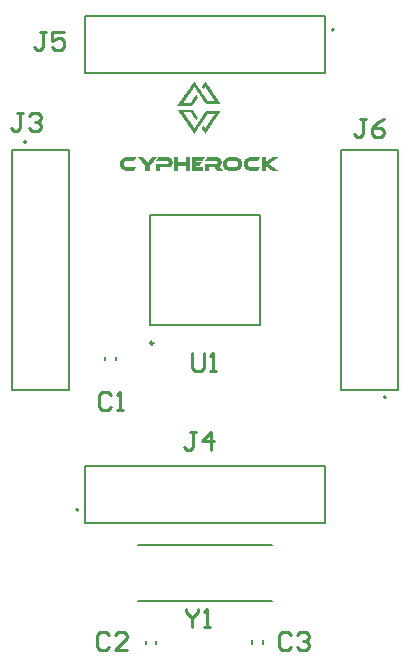
<source format=gbr>
%TF.GenerationSoftware,Altium Limited,Altium Designer,23.4.1 (23)*%
G04 Layer_Color=65535*
%FSLAX45Y45*%
%MOMM*%
%TF.SameCoordinates,6CFBE55C-8612-4E24-A10C-01F6C23EBCE3*%
%TF.FilePolarity,Positive*%
%TF.FileFunction,Legend,Top*%
%TF.Part,Single*%
G01*
G75*
%TA.AperFunction,NonConductor*%
%ADD22C,0.20000*%
%ADD23C,0.25000*%
%ADD24C,0.12700*%
%ADD25C,0.25400*%
G36*
X1655614Y6090189D02*
X1657847D01*
Y6087957D01*
Y6085724D01*
X1660079D01*
Y6083492D01*
Y6081260D01*
X1662311D01*
Y6079027D01*
X1664544D01*
Y6076795D01*
X1666776D01*
Y6074562D01*
Y6072330D01*
X1669008D01*
Y6070098D01*
X1671241D01*
Y6067865D01*
Y6065633D01*
X1673473D01*
Y6063401D01*
X1675706D01*
Y6061168D01*
Y6058936D01*
X1677938D01*
Y6056703D01*
Y6054471D01*
X1680170D01*
Y6052239D01*
X1682403D01*
Y6050006D01*
X1684635D01*
Y6047774D01*
Y6045541D01*
X1686867D01*
Y6043309D01*
X1689100D01*
Y6041077D01*
Y6038844D01*
X1691332D01*
Y6036612D01*
X1693565D01*
Y6034379D01*
Y6032147D01*
X1695797D01*
Y6029915D01*
X1698030D01*
Y6027682D01*
X1700262D01*
Y6025450D01*
Y6023218D01*
X1702494D01*
Y6020985D01*
Y6018753D01*
X1704726D01*
Y6016521D01*
X1706959D01*
Y6014288D01*
Y6012056D01*
X1709191D01*
Y6009823D01*
X1711424D01*
Y6007591D01*
Y6005359D01*
X1713656D01*
Y6003126D01*
X1715889D01*
Y6000894D01*
Y5998662D01*
X1718121D01*
Y5996429D01*
X1720353D01*
Y5994197D01*
Y5991964D01*
X1722586D01*
Y5989732D01*
X1724818D01*
Y5987500D01*
X1727050D01*
Y5985267D01*
Y5983035D01*
X1729283D01*
Y5980803D01*
X1731515D01*
Y5978570D01*
Y5976338D01*
X1733747D01*
Y5974105D01*
X1735980D01*
Y5971873D01*
Y5969641D01*
X1738212D01*
Y5967408D01*
X1740445D01*
Y5965176D01*
Y5962944D01*
X1742677D01*
Y5960711D01*
X1744909D01*
Y5958479D01*
Y5956246D01*
X1747142D01*
Y5954014D01*
X1749374D01*
Y5951782D01*
Y5949549D01*
X1751606D01*
Y5947317D01*
X1753839D01*
Y5945084D01*
Y5942852D01*
X1756071D01*
Y5940620D01*
X1758304D01*
Y5938387D01*
Y5936155D01*
X1760536D01*
Y5933923D01*
X1762768D01*
Y5931690D01*
Y5929458D01*
X1765001D01*
Y5927225D01*
X1767233D01*
Y5924993D01*
Y5922761D01*
X1769465D01*
Y5920528D01*
X1771698D01*
Y5918296D01*
X1773930D01*
Y5916064D01*
Y5913831D01*
X1776162D01*
Y5911599D01*
X1778395D01*
Y5909366D01*
Y5907134D01*
X1780627D01*
Y5904902D01*
X1657847D01*
Y5907134D01*
X1655614D01*
Y5909366D01*
X1653382D01*
Y5911599D01*
Y5913831D01*
X1651149D01*
Y5916064D01*
X1648917D01*
Y5918296D01*
X1646685D01*
Y5920528D01*
Y5922761D01*
X1644452D01*
Y5924993D01*
X1642220D01*
Y5927225D01*
Y5929458D01*
X1639988D01*
Y5931690D01*
X1637755D01*
Y5933923D01*
Y5936155D01*
X1635523D01*
Y5938387D01*
X1633291D01*
Y5940620D01*
Y5942852D01*
X1631058D01*
Y5945084D01*
X1628826D01*
Y5947317D01*
Y5949549D01*
X1626593D01*
Y5951782D01*
X1624361D01*
Y5954014D01*
Y5956246D01*
X1622129D01*
Y5958479D01*
X1619896D01*
Y5960711D01*
Y5962944D01*
X1617664D01*
Y5965176D01*
X1615432D01*
Y5967408D01*
Y5969641D01*
X1613199D01*
Y5971873D01*
X1610967D01*
Y5974105D01*
X1608734D01*
Y5976338D01*
Y5978570D01*
X1606502D01*
Y5980803D01*
X1604270D01*
Y5983035D01*
Y5985267D01*
X1602037D01*
Y5987500D01*
X1599805D01*
Y5989732D01*
Y5991964D01*
X1597573D01*
Y5994197D01*
X1595340D01*
Y5996429D01*
Y5998662D01*
X1593108D01*
Y6000894D01*
X1590875D01*
Y6003126D01*
Y6005359D01*
X1588643D01*
Y6007591D01*
X1586410D01*
Y6009823D01*
Y6012056D01*
X1584178D01*
Y6014288D01*
X1581946D01*
Y6016521D01*
Y6018753D01*
X1579714D01*
Y6020985D01*
X1577481D01*
Y6023218D01*
Y6025450D01*
X1575249D01*
Y6027682D01*
X1573016D01*
Y6029915D01*
Y6032147D01*
X1570784D01*
Y6034379D01*
X1568552D01*
Y6036612D01*
Y6038844D01*
X1566319D01*
Y6041077D01*
X1564087D01*
Y6043309D01*
Y6045541D01*
X1559622D01*
Y6043309D01*
X1557390D01*
Y6041077D01*
Y6038844D01*
X1555157D01*
Y6036612D01*
X1552925D01*
Y6034379D01*
Y6032147D01*
X1550693D01*
Y6029915D01*
X1548460D01*
Y6027682D01*
X1546228D01*
Y6025450D01*
Y6023218D01*
X1543995D01*
Y6020985D01*
X1541763D01*
Y6018753D01*
Y6016521D01*
X1539531D01*
Y6014288D01*
X1537298D01*
Y6012056D01*
X1535066D01*
Y6009823D01*
Y6007591D01*
X1532834D01*
Y6005359D01*
X1530601D01*
Y6003126D01*
Y6000894D01*
X1528369D01*
Y5998662D01*
X1526136D01*
Y5996429D01*
Y5994197D01*
X1523904D01*
Y5991964D01*
X1521672D01*
Y5989732D01*
X1519439D01*
Y5987500D01*
Y5985267D01*
X1517207D01*
Y5983035D01*
Y5980803D01*
X1514975D01*
Y5978570D01*
X1512742D01*
Y5976338D01*
X1510510D01*
Y5974105D01*
Y5971873D01*
X1508277D01*
Y5969641D01*
X1506045D01*
Y5967408D01*
Y5965176D01*
X1503813D01*
Y5962944D01*
X1501580D01*
Y5960711D01*
X1499348D01*
Y5958479D01*
Y5956246D01*
X1497116D01*
Y5954014D01*
X1494883D01*
Y5951782D01*
Y5949549D01*
X1492651D01*
Y5947317D01*
X1490418D01*
Y5945084D01*
Y5942852D01*
X1488186D01*
Y5940620D01*
X1485954D01*
Y5938387D01*
X1483721D01*
Y5936155D01*
Y5933923D01*
X1481489D01*
Y5931690D01*
X1479257D01*
Y5929458D01*
Y5927225D01*
X1477024D01*
Y5924993D01*
X1474792D01*
Y5922761D01*
X1472559D01*
Y5920528D01*
Y5918296D01*
X1470327D01*
Y5916064D01*
Y5913831D01*
X1523904D01*
Y5911599D01*
X1528369D01*
Y5913831D01*
X1530601D01*
Y5916064D01*
X1532834D01*
Y5918296D01*
X1535066D01*
Y5920528D01*
Y5922761D01*
X1537298D01*
Y5924993D01*
Y5927225D01*
X1539531D01*
Y5929458D01*
X1541763D01*
Y5931690D01*
X1543995D01*
Y5933923D01*
Y5936155D01*
X1546228D01*
Y5938387D01*
X1548460D01*
Y5940620D01*
Y5942852D01*
X1550693D01*
Y5945084D01*
X1552925D01*
Y5947317D01*
Y5949549D01*
X1555157D01*
Y5951782D01*
X1557390D01*
Y5954014D01*
X1559622D01*
Y5956246D01*
Y5958479D01*
X1561854D01*
Y5960711D01*
X1564087D01*
Y5962944D01*
Y5965176D01*
X1566319D01*
Y5967408D01*
X1568552D01*
Y5969641D01*
X1570784D01*
Y5971873D01*
Y5974105D01*
X1573016D01*
Y5976338D01*
X1575249D01*
Y5978570D01*
Y5980803D01*
X1577481D01*
Y5978570D01*
Y5976338D01*
X1579714D01*
Y5974105D01*
Y5971873D01*
X1581946D01*
Y5969641D01*
X1584178D01*
Y5967408D01*
X1586410D01*
Y5965176D01*
Y5962944D01*
X1588643D01*
Y5960711D01*
X1590875D01*
Y5958479D01*
Y5956246D01*
Y5954014D01*
X1588643D01*
Y5951782D01*
X1586410D01*
Y5949549D01*
X1584178D01*
Y5947317D01*
Y5945084D01*
X1581946D01*
Y5942852D01*
X1579714D01*
Y5940620D01*
Y5938387D01*
X1577481D01*
Y5936155D01*
X1575249D01*
Y5933923D01*
X1573016D01*
Y5931690D01*
Y5929458D01*
X1570784D01*
Y5927225D01*
X1568552D01*
Y5924993D01*
Y5922761D01*
X1566319D01*
Y5920528D01*
X1564087D01*
Y5918296D01*
Y5916064D01*
X1561854D01*
Y5913831D01*
X1559622D01*
Y5911599D01*
X1557390D01*
Y5909366D01*
Y5907134D01*
X1555157D01*
Y5904902D01*
X1552925D01*
Y5902669D01*
Y5900437D01*
X1550693D01*
Y5898205D01*
X1548460D01*
Y5895972D01*
X1546228D01*
Y5893740D01*
Y5891507D01*
X1543995D01*
Y5889275D01*
X1416750D01*
Y5891507D01*
X1418982D01*
Y5893740D01*
X1421215D01*
Y5895972D01*
X1423447D01*
Y5898205D01*
X1425680D01*
Y5900437D01*
Y5902669D01*
X1427912D01*
Y5904902D01*
X1430144D01*
Y5907134D01*
Y5909366D01*
X1432377D01*
Y5911599D01*
X1434609D01*
Y5913831D01*
Y5916064D01*
X1436841D01*
Y5918296D01*
X1439074D01*
Y5920528D01*
Y5922761D01*
X1441306D01*
Y5924993D01*
X1443539D01*
Y5927225D01*
X1445771D01*
Y5929458D01*
Y5931690D01*
X1448003D01*
Y5933923D01*
X1450236D01*
Y5936155D01*
Y5938387D01*
X1452468D01*
Y5940620D01*
X1454700D01*
Y5942852D01*
X1456933D01*
Y5945084D01*
Y5947317D01*
X1459165D01*
Y5949549D01*
X1461397D01*
Y5951782D01*
Y5954014D01*
X1463630D01*
Y5956246D01*
X1465862D01*
Y5958479D01*
Y5960711D01*
X1468095D01*
Y5962944D01*
X1470327D01*
Y5965176D01*
X1472559D01*
Y5967408D01*
Y5969641D01*
X1474792D01*
Y5971873D01*
X1477024D01*
Y5974105D01*
Y5976338D01*
X1479257D01*
Y5978570D01*
X1481489D01*
Y5980803D01*
X1483721D01*
Y5983035D01*
Y5985267D01*
X1485954D01*
Y5987500D01*
X1488186D01*
Y5989732D01*
Y5991964D01*
X1490418D01*
Y5994197D01*
X1492651D01*
Y5996429D01*
X1494883D01*
Y5998662D01*
Y6000894D01*
X1497116D01*
Y6003126D01*
X1499348D01*
Y6005359D01*
Y6007591D01*
X1501580D01*
Y6009823D01*
X1503813D01*
Y6012056D01*
Y6014288D01*
X1506045D01*
Y6016521D01*
X1508277D01*
Y6018753D01*
Y6020985D01*
X1510510D01*
Y6023218D01*
X1512742D01*
Y6025450D01*
Y6027682D01*
X1514975D01*
Y6029915D01*
X1517207D01*
Y6032147D01*
X1519439D01*
Y6034379D01*
Y6036612D01*
X1521672D01*
Y6038844D01*
X1523904D01*
Y6041077D01*
Y6043309D01*
X1526136D01*
Y6045541D01*
X1528369D01*
Y6047774D01*
Y6050006D01*
X1530601D01*
Y6052239D01*
X1532834D01*
Y6054471D01*
X1535066D01*
Y6056703D01*
Y6058936D01*
X1537298D01*
Y6061168D01*
X1539531D01*
Y6063401D01*
Y6065633D01*
X1541763D01*
Y6067865D01*
X1543995D01*
Y6070098D01*
X1546228D01*
Y6072330D01*
Y6074562D01*
X1548460D01*
Y6076795D01*
X1550693D01*
Y6079027D01*
Y6081260D01*
X1552925D01*
Y6083492D01*
X1555157D01*
Y6085724D01*
X1557390D01*
Y6087957D01*
Y6090189D01*
X1559622D01*
Y6092421D01*
X1561854D01*
Y6090189D01*
X1564087D01*
Y6087957D01*
Y6085724D01*
X1566319D01*
Y6083492D01*
X1568552D01*
Y6081260D01*
Y6079027D01*
X1570784D01*
Y6076795D01*
X1573016D01*
Y6074562D01*
Y6072330D01*
X1575249D01*
Y6070098D01*
X1577481D01*
Y6067865D01*
Y6065633D01*
X1579714D01*
Y6063401D01*
X1581946D01*
Y6061168D01*
X1584178D01*
Y6058936D01*
Y6056703D01*
X1586410D01*
Y6054471D01*
X1588643D01*
Y6052239D01*
Y6050006D01*
X1590875D01*
Y6047774D01*
X1593108D01*
Y6045541D01*
Y6043309D01*
X1595340D01*
Y6041077D01*
X1597573D01*
Y6038844D01*
Y6036612D01*
X1599805D01*
Y6034379D01*
Y6032147D01*
X1602037D01*
Y6029915D01*
X1604270D01*
Y6027682D01*
X1606502D01*
Y6025450D01*
Y6023218D01*
X1608734D01*
Y6020985D01*
X1610967D01*
Y6018753D01*
Y6016521D01*
X1613199D01*
Y6014288D01*
X1615432D01*
Y6012056D01*
Y6009823D01*
X1617664D01*
Y6007591D01*
X1619896D01*
Y6005359D01*
Y6003126D01*
X1622129D01*
Y6000894D01*
X1624361D01*
Y5998662D01*
Y5996429D01*
X1626593D01*
Y5994197D01*
X1628826D01*
Y5991964D01*
Y5989732D01*
X1631058D01*
Y5987500D01*
X1633291D01*
Y5985267D01*
X1635523D01*
Y5983035D01*
Y5980803D01*
X1637755D01*
Y5978570D01*
X1639988D01*
Y5976338D01*
Y5974105D01*
X1642220D01*
Y5971873D01*
Y5969641D01*
X1644452D01*
Y5967408D01*
X1646685D01*
Y5965176D01*
X1648917D01*
Y5962944D01*
Y5960711D01*
X1651149D01*
Y5958479D01*
Y5956246D01*
X1653382D01*
Y5954014D01*
X1655614D01*
Y5951782D01*
X1657847D01*
Y5949549D01*
Y5947317D01*
X1660079D01*
Y5945084D01*
X1662311D01*
Y5942852D01*
Y5940620D01*
X1664544D01*
Y5938387D01*
X1666776D01*
Y5936155D01*
Y5933923D01*
X1669008D01*
Y5931690D01*
X1671241D01*
Y5929458D01*
Y5927225D01*
X1731515D01*
Y5929458D01*
Y5931690D01*
X1729283D01*
Y5933923D01*
Y5936155D01*
X1727050D01*
Y5938387D01*
X1724818D01*
Y5940620D01*
Y5942852D01*
X1722586D01*
Y5945084D01*
X1720353D01*
Y5947317D01*
X1718121D01*
Y5949549D01*
Y5951782D01*
X1715889D01*
Y5954014D01*
Y5956246D01*
X1713656D01*
Y5958479D01*
X1711424D01*
Y5960711D01*
X1709191D01*
Y5962944D01*
Y5965176D01*
X1706959D01*
Y5967408D01*
X1704726D01*
Y5969641D01*
Y5971873D01*
X1702494D01*
Y5974105D01*
X1700262D01*
Y5976338D01*
Y5978570D01*
X1698030D01*
Y5980803D01*
X1695797D01*
Y5983035D01*
Y5985267D01*
X1693565D01*
Y5987500D01*
X1691332D01*
Y5989732D01*
X1689100D01*
Y5991964D01*
Y5994197D01*
X1686867D01*
Y5996429D01*
X1684635D01*
Y5998662D01*
Y6000894D01*
X1682403D01*
Y6003126D01*
X1680170D01*
Y6005359D01*
Y6007591D01*
X1677938D01*
Y6009823D01*
X1675706D01*
Y6012056D01*
Y6014288D01*
X1673473D01*
Y6016521D01*
X1671241D01*
Y6018753D01*
Y6020985D01*
X1669008D01*
Y6023218D01*
X1666776D01*
Y6025450D01*
Y6027682D01*
X1664544D01*
Y6029915D01*
X1662311D01*
Y6032147D01*
Y6034379D01*
X1660079D01*
Y6036612D01*
X1657847D01*
Y6038844D01*
X1655614D01*
Y6041077D01*
Y6043309D01*
X1648917D01*
Y6041077D01*
Y6038844D01*
X1646685D01*
Y6036612D01*
X1644452D01*
Y6034379D01*
Y6032147D01*
X1642220D01*
Y6029915D01*
X1639988D01*
Y6027682D01*
Y6025450D01*
X1637755D01*
Y6023218D01*
X1635523D01*
Y6025450D01*
Y6027682D01*
X1633291D01*
Y6029915D01*
Y6032147D01*
X1631058D01*
Y6034379D01*
X1628826D01*
Y6036612D01*
X1626593D01*
Y6038844D01*
Y6041077D01*
X1624361D01*
Y6043309D01*
X1622129D01*
Y6045541D01*
Y6047774D01*
X1624361D01*
Y6050006D01*
X1626593D01*
Y6052239D01*
Y6054471D01*
X1628826D01*
Y6056703D01*
X1631058D01*
Y6058936D01*
Y6061168D01*
X1633291D01*
Y6063401D01*
X1635523D01*
Y6065633D01*
Y6067865D01*
X1637755D01*
Y6070098D01*
X1639988D01*
Y6072330D01*
Y6074562D01*
X1642220D01*
Y6076795D01*
Y6079027D01*
X1644452D01*
Y6081260D01*
X1646685D01*
Y6083492D01*
Y6085724D01*
X1648917D01*
Y6087957D01*
X1651149D01*
Y6090189D01*
Y6092421D01*
X1655614D01*
Y6090189D01*
D02*
G37*
G36*
X1546228Y5851325D02*
Y5849092D01*
X1548460D01*
Y5846860D01*
Y5844628D01*
X1550693D01*
Y5842395D01*
X1552925D01*
Y5840163D01*
X1555157D01*
Y5837930D01*
X1557390D01*
Y5835698D01*
Y5833466D01*
X1559622D01*
Y5831233D01*
Y5829001D01*
X1561854D01*
Y5826769D01*
X1564087D01*
Y5824536D01*
X1566319D01*
Y5822304D01*
Y5820071D01*
X1568552D01*
Y5817839D01*
X1570784D01*
Y5815607D01*
Y5813374D01*
X1573016D01*
Y5811142D01*
X1575249D01*
Y5808910D01*
X1577481D01*
Y5806677D01*
Y5804445D01*
X1579714D01*
Y5802212D01*
X1581946D01*
Y5799980D01*
Y5797748D01*
X1584178D01*
Y5795515D01*
X1586410D01*
Y5793283D01*
Y5791051D01*
X1588643D01*
Y5788818D01*
X1590875D01*
Y5786586D01*
Y5784353D01*
X1588643D01*
Y5782121D01*
Y5779889D01*
X1586410D01*
Y5777656D01*
X1584178D01*
Y5775424D01*
X1581946D01*
Y5773191D01*
Y5770959D01*
X1579714D01*
Y5768727D01*
X1577481D01*
Y5766494D01*
Y5764262D01*
X1575249D01*
Y5766494D01*
X1573016D01*
Y5768727D01*
Y5770959D01*
X1570784D01*
Y5773191D01*
X1568552D01*
Y5775424D01*
Y5777656D01*
X1566319D01*
Y5779889D01*
X1564087D01*
Y5782121D01*
X1561854D01*
Y5784353D01*
Y5786586D01*
X1559622D01*
Y5788818D01*
X1557390D01*
Y5791051D01*
Y5793283D01*
X1555157D01*
Y5795515D01*
X1552925D01*
Y5797748D01*
Y5799980D01*
X1550693D01*
Y5802212D01*
X1548460D01*
Y5804445D01*
X1546228D01*
Y5806677D01*
Y5808910D01*
X1543995D01*
Y5811142D01*
X1541763D01*
Y5813374D01*
Y5815607D01*
X1539531D01*
Y5817839D01*
X1537298D01*
Y5820071D01*
Y5822304D01*
X1535066D01*
Y5824536D01*
X1532834D01*
Y5826769D01*
X1530601D01*
Y5829001D01*
Y5831233D01*
X1470327D01*
Y5829001D01*
Y5826769D01*
Y5824536D01*
X1472559D01*
Y5822304D01*
X1474792D01*
Y5820071D01*
X1477024D01*
Y5817839D01*
Y5815607D01*
X1479257D01*
Y5813374D01*
X1481489D01*
Y5811142D01*
Y5808910D01*
X1483721D01*
Y5806677D01*
X1485954D01*
Y5804445D01*
X1488186D01*
Y5802212D01*
Y5799980D01*
X1490418D01*
Y5797748D01*
X1492651D01*
Y5795515D01*
Y5793283D01*
X1494883D01*
Y5791051D01*
X1497116D01*
Y5788818D01*
Y5786586D01*
X1499348D01*
Y5784353D01*
X1501580D01*
Y5782121D01*
X1503813D01*
Y5779889D01*
Y5777656D01*
X1506045D01*
Y5775424D01*
X1508277D01*
Y5773191D01*
Y5770959D01*
X1510510D01*
Y5768727D01*
X1512742D01*
Y5766494D01*
Y5764262D01*
X1514975D01*
Y5762030D01*
X1517207D01*
Y5759797D01*
X1519439D01*
Y5757565D01*
Y5755332D01*
X1521672D01*
Y5753100D01*
X1523904D01*
Y5750868D01*
Y5748635D01*
X1526136D01*
Y5746403D01*
X1528369D01*
Y5744171D01*
Y5741938D01*
X1530601D01*
Y5739706D01*
X1532834D01*
Y5737473D01*
X1535066D01*
Y5735241D01*
Y5733009D01*
X1537298D01*
Y5730776D01*
X1539531D01*
Y5728544D01*
Y5726312D01*
X1541763D01*
Y5724079D01*
X1543995D01*
Y5721847D01*
X1546228D01*
Y5719614D01*
Y5717382D01*
X1548460D01*
Y5715150D01*
Y5712917D01*
X1550693D01*
Y5710685D01*
X1552925D01*
Y5708453D01*
X1555157D01*
Y5706220D01*
Y5703988D01*
X1557390D01*
Y5701755D01*
X1559622D01*
Y5699523D01*
X1564087D01*
Y5701755D01*
X1566319D01*
Y5703988D01*
Y5706220D01*
X1568552D01*
Y5708453D01*
Y5710685D01*
X1570784D01*
Y5712917D01*
X1573016D01*
Y5715150D01*
X1575249D01*
Y5717382D01*
Y5719614D01*
X1577481D01*
Y5721847D01*
Y5724079D01*
X1579714D01*
Y5726312D01*
X1581946D01*
Y5728544D01*
X1584178D01*
Y5730776D01*
Y5733009D01*
X1586410D01*
Y5735241D01*
X1588643D01*
Y5737473D01*
Y5739706D01*
X1590875D01*
Y5741938D01*
X1593108D01*
Y5744171D01*
Y5746403D01*
X1595340D01*
Y5748635D01*
X1597573D01*
Y5750868D01*
Y5753100D01*
X1599805D01*
Y5755332D01*
X1602037D01*
Y5757565D01*
Y5759797D01*
X1604270D01*
Y5762030D01*
X1606502D01*
Y5764262D01*
Y5766494D01*
X1608734D01*
Y5768727D01*
X1610967D01*
Y5770959D01*
Y5773191D01*
X1613199D01*
Y5775424D01*
X1615432D01*
Y5777656D01*
X1617664D01*
Y5779889D01*
Y5782121D01*
X1619896D01*
Y5784353D01*
Y5786586D01*
X1622129D01*
Y5788818D01*
X1624361D01*
Y5791051D01*
X1626593D01*
Y5793283D01*
Y5795515D01*
X1628826D01*
Y5797748D01*
X1631058D01*
Y5799980D01*
Y5802212D01*
X1633291D01*
Y5804445D01*
X1635523D01*
Y5806677D01*
Y5808910D01*
X1637755D01*
Y5811142D01*
Y5813374D01*
X1639988D01*
Y5815607D01*
X1642220D01*
Y5817839D01*
X1644452D01*
Y5820071D01*
Y5822304D01*
X1646685D01*
Y5824536D01*
X1648917D01*
Y5826769D01*
Y5829001D01*
X1651149D01*
Y5831233D01*
X1653382D01*
Y5833466D01*
Y5835698D01*
X1655614D01*
Y5837930D01*
X1657847D01*
Y5840163D01*
X1780627D01*
Y5837930D01*
X1778395D01*
Y5835698D01*
Y5833466D01*
X1776162D01*
Y5831233D01*
X1773930D01*
Y5829001D01*
Y5826769D01*
X1771698D01*
Y5824536D01*
X1769465D01*
Y5822304D01*
Y5820071D01*
X1767233D01*
Y5817839D01*
X1765001D01*
Y5815607D01*
Y5813374D01*
X1762768D01*
Y5811142D01*
X1760536D01*
Y5808910D01*
X1758304D01*
Y5806677D01*
Y5804445D01*
X1756071D01*
Y5802212D01*
Y5799980D01*
X1753839D01*
Y5797748D01*
X1751606D01*
Y5795515D01*
Y5793283D01*
X1749374D01*
Y5791051D01*
X1747142D01*
Y5788818D01*
Y5786586D01*
X1744909D01*
Y5784353D01*
X1742677D01*
Y5782121D01*
X1740445D01*
Y5779889D01*
Y5777656D01*
X1738212D01*
Y5775424D01*
Y5773191D01*
X1735980D01*
Y5770959D01*
X1733747D01*
Y5768727D01*
X1731515D01*
Y5766494D01*
Y5764262D01*
X1729283D01*
Y5762030D01*
Y5759797D01*
X1727050D01*
Y5757565D01*
X1724818D01*
Y5755332D01*
X1722586D01*
Y5753100D01*
Y5750868D01*
X1720353D01*
Y5748635D01*
X1718121D01*
Y5746403D01*
Y5744171D01*
X1715889D01*
Y5741938D01*
X1713656D01*
Y5739706D01*
Y5737473D01*
X1711424D01*
Y5735241D01*
X1709191D01*
Y5733009D01*
Y5730776D01*
X1706959D01*
Y5728544D01*
X1704726D01*
Y5726312D01*
Y5724079D01*
X1702494D01*
Y5721847D01*
X1700262D01*
Y5719614D01*
Y5717382D01*
X1698030D01*
Y5715150D01*
X1695797D01*
Y5712917D01*
Y5710685D01*
X1693565D01*
Y5708453D01*
X1691332D01*
Y5706220D01*
X1689100D01*
Y5703988D01*
Y5701755D01*
X1686867D01*
Y5699523D01*
Y5697291D01*
X1684635D01*
Y5695058D01*
X1682403D01*
Y5692826D01*
X1680170D01*
Y5690594D01*
Y5688361D01*
X1677938D01*
Y5686129D01*
Y5683896D01*
X1675706D01*
Y5681664D01*
X1673473D01*
Y5679432D01*
Y5677199D01*
X1671241D01*
Y5674967D01*
X1669008D01*
Y5672734D01*
Y5670502D01*
X1666776D01*
Y5668270D01*
X1664544D01*
Y5666037D01*
X1662311D01*
Y5663805D01*
Y5661573D01*
X1660079D01*
Y5659340D01*
X1657847D01*
Y5657108D01*
Y5654875D01*
X1655614D01*
Y5652643D01*
Y5650411D01*
X1653382D01*
Y5652643D01*
X1651149D01*
Y5654875D01*
Y5657108D01*
X1648917D01*
Y5659340D01*
X1646685D01*
Y5661573D01*
X1644452D01*
Y5663805D01*
Y5666037D01*
X1642220D01*
Y5668270D01*
Y5670502D01*
X1639988D01*
Y5672734D01*
X1637755D01*
Y5674967D01*
Y5677199D01*
X1635523D01*
Y5679432D01*
X1633291D01*
Y5681664D01*
Y5683896D01*
X1631058D01*
Y5686129D01*
X1628826D01*
Y5688361D01*
Y5690594D01*
X1626593D01*
Y5692826D01*
X1624361D01*
Y5695058D01*
Y5697291D01*
X1622129D01*
Y5699523D01*
X1624361D01*
Y5701755D01*
Y5703988D01*
X1626593D01*
Y5706220D01*
X1628826D01*
Y5708453D01*
X1631058D01*
Y5710685D01*
Y5712917D01*
X1633291D01*
Y5715150D01*
Y5717382D01*
X1635523D01*
Y5719614D01*
X1637755D01*
Y5717382D01*
X1639988D01*
Y5715150D01*
X1642220D01*
Y5712917D01*
Y5710685D01*
X1644452D01*
Y5708453D01*
X1646685D01*
Y5706220D01*
Y5703988D01*
X1648917D01*
Y5701755D01*
X1651149D01*
Y5699523D01*
X1655614D01*
Y5701755D01*
Y5703988D01*
X1657847D01*
Y5706220D01*
Y5708453D01*
X1660079D01*
Y5710685D01*
X1662311D01*
Y5712917D01*
X1664544D01*
Y5715150D01*
Y5717382D01*
X1666776D01*
Y5719614D01*
X1669008D01*
Y5721847D01*
Y5724079D01*
X1671241D01*
Y5726312D01*
X1673473D01*
Y5728544D01*
Y5730776D01*
X1675706D01*
Y5733009D01*
X1677938D01*
Y5735241D01*
Y5737473D01*
X1680170D01*
Y5739706D01*
X1682403D01*
Y5741938D01*
Y5744171D01*
X1684635D01*
Y5746403D01*
X1686867D01*
Y5748635D01*
Y5750868D01*
X1689100D01*
Y5753100D01*
X1691332D01*
Y5755332D01*
X1693565D01*
Y5757565D01*
Y5759797D01*
X1695797D01*
Y5762030D01*
Y5764262D01*
X1698030D01*
Y5766494D01*
X1700262D01*
Y5768727D01*
X1702494D01*
Y5770959D01*
Y5773191D01*
X1704726D01*
Y5775424D01*
Y5777656D01*
X1706959D01*
Y5779889D01*
X1709191D01*
Y5782121D01*
X1711424D01*
Y5784353D01*
Y5786586D01*
X1713656D01*
Y5788818D01*
X1715889D01*
Y5791051D01*
Y5793283D01*
X1718121D01*
Y5795515D01*
X1720353D01*
Y5797748D01*
X1722586D01*
Y5799980D01*
Y5802212D01*
X1724818D01*
Y5804445D01*
Y5806677D01*
X1727050D01*
Y5808910D01*
X1729283D01*
Y5811142D01*
X1731515D01*
Y5813374D01*
Y5815607D01*
Y5817839D01*
X1673473D01*
Y5815607D01*
X1671241D01*
Y5813374D01*
X1669008D01*
Y5811142D01*
Y5808910D01*
X1666776D01*
Y5806677D01*
X1664544D01*
Y5804445D01*
Y5802212D01*
X1662311D01*
Y5799980D01*
X1660079D01*
Y5797748D01*
X1657847D01*
Y5795515D01*
Y5793283D01*
X1655614D01*
Y5791051D01*
X1653382D01*
Y5788818D01*
Y5786586D01*
X1651149D01*
Y5784353D01*
X1648917D01*
Y5782121D01*
Y5779889D01*
X1646685D01*
Y5777656D01*
X1644452D01*
Y5775424D01*
Y5773191D01*
X1642220D01*
Y5770959D01*
X1639988D01*
Y5768727D01*
Y5766494D01*
X1637755D01*
Y5764262D01*
X1635523D01*
Y5762030D01*
Y5759797D01*
X1633291D01*
Y5757565D01*
X1631058D01*
Y5755332D01*
Y5753100D01*
X1628826D01*
Y5750868D01*
X1626593D01*
Y5748635D01*
Y5746403D01*
X1624361D01*
Y5744171D01*
X1622129D01*
Y5741938D01*
Y5739706D01*
X1619896D01*
Y5737473D01*
X1617664D01*
Y5735241D01*
X1615432D01*
Y5733009D01*
Y5730776D01*
X1613199D01*
Y5728544D01*
Y5726312D01*
X1610967D01*
Y5724079D01*
X1608734D01*
Y5721847D01*
Y5719614D01*
X1606502D01*
Y5717382D01*
X1604270D01*
Y5715150D01*
Y5712917D01*
X1602037D01*
Y5710685D01*
X1599805D01*
Y5708453D01*
X1597573D01*
Y5706220D01*
Y5703988D01*
X1595340D01*
Y5701755D01*
Y5699523D01*
X1593108D01*
Y5697291D01*
X1590875D01*
Y5695058D01*
X1588643D01*
Y5692826D01*
Y5690594D01*
X1586410D01*
Y5688361D01*
Y5686129D01*
X1584178D01*
Y5683896D01*
X1581946D01*
Y5681664D01*
X1579714D01*
Y5679432D01*
Y5677199D01*
X1577481D01*
Y5674967D01*
Y5672734D01*
X1575249D01*
Y5670502D01*
X1573016D01*
Y5668270D01*
X1570784D01*
Y5666037D01*
Y5663805D01*
X1568552D01*
Y5661573D01*
X1566319D01*
Y5659340D01*
Y5657108D01*
X1564087D01*
Y5654875D01*
X1561854D01*
Y5652643D01*
Y5650411D01*
X1559622D01*
Y5652643D01*
Y5654875D01*
X1557390D01*
Y5657108D01*
X1555157D01*
Y5659340D01*
X1552925D01*
Y5661573D01*
Y5663805D01*
X1550693D01*
Y5666037D01*
X1548460D01*
Y5668270D01*
Y5670502D01*
X1546228D01*
Y5672734D01*
X1543995D01*
Y5674967D01*
X1541763D01*
Y5677199D01*
Y5679432D01*
X1539531D01*
Y5681664D01*
X1537298D01*
Y5683896D01*
Y5686129D01*
X1535066D01*
Y5688361D01*
X1532834D01*
Y5690594D01*
Y5692826D01*
X1530601D01*
Y5695058D01*
X1528369D01*
Y5697291D01*
Y5699523D01*
X1526136D01*
Y5701755D01*
X1523904D01*
Y5703988D01*
X1521672D01*
Y5706220D01*
Y5708453D01*
X1519439D01*
Y5710685D01*
X1517207D01*
Y5712917D01*
Y5715150D01*
X1514975D01*
Y5717382D01*
X1512742D01*
Y5719614D01*
X1510510D01*
Y5721847D01*
Y5724079D01*
X1508277D01*
Y5726312D01*
X1506045D01*
Y5728544D01*
Y5730776D01*
X1503813D01*
Y5733009D01*
X1501580D01*
Y5735241D01*
Y5737473D01*
X1499348D01*
Y5739706D01*
X1497116D01*
Y5741938D01*
X1494883D01*
Y5744171D01*
Y5746403D01*
X1492651D01*
Y5748635D01*
X1490418D01*
Y5750868D01*
Y5753100D01*
X1488186D01*
Y5755332D01*
X1485954D01*
Y5757565D01*
Y5759797D01*
X1483721D01*
Y5762030D01*
X1481489D01*
Y5764262D01*
X1479257D01*
Y5766494D01*
Y5768727D01*
X1477024D01*
Y5770959D01*
Y5773191D01*
X1474792D01*
Y5775424D01*
X1472559D01*
Y5777656D01*
X1470327D01*
Y5779889D01*
X1468095D01*
Y5782121D01*
Y5784353D01*
X1465862D01*
Y5786586D01*
Y5788818D01*
X1463630D01*
Y5791051D01*
X1461397D01*
Y5793283D01*
X1459165D01*
Y5795515D01*
Y5797748D01*
X1456933D01*
Y5799980D01*
X1454700D01*
Y5802212D01*
Y5804445D01*
X1452468D01*
Y5806677D01*
X1450236D01*
Y5808910D01*
Y5811142D01*
X1448003D01*
Y5813374D01*
X1445771D01*
Y5815607D01*
X1443539D01*
Y5817839D01*
Y5820071D01*
X1441306D01*
Y5822304D01*
X1439074D01*
Y5824536D01*
Y5826769D01*
X1436841D01*
Y5829001D01*
X1434609D01*
Y5831233D01*
X1432377D01*
Y5833466D01*
Y5835698D01*
X1430144D01*
Y5837930D01*
X1427912D01*
Y5840163D01*
Y5842395D01*
X1425680D01*
Y5844628D01*
X1423447D01*
Y5846860D01*
X1421215D01*
Y5849092D01*
Y5851325D01*
X1418982D01*
Y5853557D01*
X1546228D01*
Y5851325D01*
D02*
G37*
G36*
X2265053Y5447264D02*
X2260588D01*
Y5445032D01*
X2258356D01*
Y5442800D01*
X2256124D01*
Y5440567D01*
X2251659D01*
Y5438335D01*
X2249426D01*
Y5436103D01*
X2247194D01*
Y5433870D01*
X2242729D01*
Y5431638D01*
X2240497D01*
Y5429405D01*
X2236032D01*
Y5427173D01*
X2233800D01*
Y5424941D01*
X2231567D01*
Y5422708D01*
X2229335D01*
Y5420476D01*
X2224870D01*
Y5418243D01*
X2222638D01*
Y5416011D01*
X2218173D01*
Y5413779D01*
X2215941D01*
Y5411546D01*
X2213708D01*
Y5409314D01*
X2211476D01*
Y5407082D01*
X2207011D01*
Y5404849D01*
X2204779D01*
Y5402617D01*
X2202547D01*
Y5400384D01*
X2198082D01*
Y5398152D01*
X2195849D01*
Y5395920D01*
X2193617D01*
Y5393687D01*
Y5391455D01*
X2195849D01*
Y5389223D01*
X2198082D01*
Y5386990D01*
X2202547D01*
Y5384758D01*
X2204779D01*
Y5382525D01*
X2209243D01*
Y5380293D01*
X2211476D01*
Y5378061D01*
X2213708D01*
Y5375828D01*
X2218173D01*
Y5373596D01*
X2220406D01*
Y5371364D01*
X2222638D01*
Y5369131D01*
X2227103D01*
Y5366899D01*
X2229335D01*
Y5364666D01*
X2233800D01*
Y5362434D01*
X2236032D01*
Y5360202D01*
X2238265D01*
Y5357969D01*
X2240497D01*
Y5355737D01*
X2244962D01*
Y5353505D01*
X2247194D01*
Y5351272D01*
X2251659D01*
Y5349040D01*
X2253891D01*
Y5346808D01*
X2256124D01*
Y5344575D01*
X2260588D01*
Y5342343D01*
X2262820D01*
Y5340110D01*
X2265053D01*
Y5337878D01*
X2218173D01*
Y5340110D01*
X2215941D01*
Y5342343D01*
X2211476D01*
Y5344575D01*
X2209243D01*
Y5346808D01*
X2204779D01*
Y5349040D01*
X2202547D01*
Y5351272D01*
X2198082D01*
Y5353505D01*
X2195849D01*
Y5355737D01*
X2191384D01*
Y5357969D01*
X2189152D01*
Y5360202D01*
X2186920D01*
Y5362434D01*
X2182455D01*
Y5364666D01*
X2180223D01*
Y5366899D01*
X2175758D01*
Y5369131D01*
X2173525D01*
Y5371364D01*
X2171293D01*
Y5373596D01*
X2164596D01*
Y5371364D01*
Y5369131D01*
Y5366899D01*
Y5364666D01*
Y5362434D01*
Y5360202D01*
Y5357969D01*
Y5355737D01*
Y5353505D01*
Y5351272D01*
Y5349040D01*
Y5346808D01*
Y5344575D01*
Y5342343D01*
Y5340110D01*
Y5337878D01*
X2131110D01*
Y5340110D01*
Y5342343D01*
Y5344575D01*
Y5346808D01*
Y5349040D01*
Y5351272D01*
Y5353505D01*
Y5355737D01*
Y5357969D01*
Y5360202D01*
Y5362434D01*
Y5364666D01*
Y5366899D01*
Y5369131D01*
Y5371364D01*
Y5373596D01*
Y5375828D01*
Y5378061D01*
Y5380293D01*
Y5382525D01*
Y5384758D01*
Y5386990D01*
Y5389223D01*
Y5391455D01*
Y5393687D01*
Y5395920D01*
Y5398152D01*
Y5400384D01*
Y5402617D01*
Y5404849D01*
Y5407082D01*
Y5409314D01*
Y5411546D01*
Y5413779D01*
Y5416011D01*
Y5418243D01*
Y5420476D01*
Y5422708D01*
Y5424941D01*
Y5427173D01*
Y5429405D01*
Y5431638D01*
Y5433870D01*
Y5436103D01*
Y5438335D01*
Y5440567D01*
Y5442800D01*
Y5445032D01*
Y5447264D01*
Y5449497D01*
X2164596D01*
Y5447264D01*
Y5445032D01*
Y5442800D01*
Y5440567D01*
Y5438335D01*
Y5436103D01*
Y5433870D01*
Y5431638D01*
Y5429405D01*
Y5427173D01*
Y5424941D01*
Y5422708D01*
Y5420476D01*
Y5418243D01*
Y5416011D01*
Y5413779D01*
Y5411546D01*
X2166828D01*
Y5413779D01*
X2171293D01*
Y5416011D01*
X2173525D01*
Y5418243D01*
X2175758D01*
Y5420476D01*
X2180223D01*
Y5422708D01*
X2182455D01*
Y5424941D01*
X2186920D01*
Y5427173D01*
X2189152D01*
Y5429405D01*
X2191384D01*
Y5431638D01*
X2195849D01*
Y5433870D01*
X2198082D01*
Y5436103D01*
X2200314D01*
Y5438335D01*
X2202547D01*
Y5440567D01*
X2207011D01*
Y5442800D01*
X2209243D01*
Y5445032D01*
X2213708D01*
Y5447264D01*
X2215941D01*
Y5449497D01*
X2265053D01*
Y5447264D01*
D02*
G37*
G36*
X1521672D02*
Y5445032D01*
Y5442800D01*
Y5440567D01*
Y5438335D01*
Y5436103D01*
Y5433870D01*
Y5431638D01*
Y5429405D01*
Y5427173D01*
Y5424941D01*
Y5422708D01*
Y5420476D01*
Y5418243D01*
Y5416011D01*
Y5413779D01*
Y5411546D01*
Y5409314D01*
Y5407082D01*
Y5404849D01*
Y5402617D01*
Y5400384D01*
Y5398152D01*
Y5395920D01*
Y5393687D01*
Y5391455D01*
Y5389223D01*
Y5386990D01*
Y5384758D01*
Y5382525D01*
Y5380293D01*
Y5378061D01*
Y5375828D01*
Y5373596D01*
Y5371364D01*
Y5369131D01*
Y5366899D01*
Y5364666D01*
Y5362434D01*
Y5360202D01*
Y5357969D01*
Y5355737D01*
Y5353505D01*
Y5351272D01*
Y5349040D01*
Y5346808D01*
Y5344575D01*
Y5342343D01*
Y5340110D01*
Y5337878D01*
X1488186D01*
Y5340110D01*
Y5342343D01*
Y5344575D01*
Y5346808D01*
Y5349040D01*
Y5351272D01*
Y5353505D01*
Y5355737D01*
Y5357969D01*
Y5360202D01*
Y5362434D01*
Y5364666D01*
Y5366899D01*
Y5369131D01*
Y5371364D01*
Y5373596D01*
Y5375828D01*
Y5378061D01*
Y5380293D01*
X1425680D01*
Y5378061D01*
X1423447D01*
Y5375828D01*
Y5373596D01*
Y5371364D01*
Y5369131D01*
Y5366899D01*
Y5364666D01*
Y5362434D01*
Y5360202D01*
Y5357969D01*
Y5355737D01*
Y5353505D01*
Y5351272D01*
Y5349040D01*
Y5346808D01*
Y5344575D01*
Y5342343D01*
Y5340110D01*
X1425680D01*
Y5337878D01*
X1389961D01*
Y5340110D01*
Y5342343D01*
Y5344575D01*
Y5346808D01*
Y5349040D01*
Y5351272D01*
Y5353505D01*
Y5355737D01*
Y5357969D01*
Y5360202D01*
Y5362434D01*
Y5364666D01*
Y5366899D01*
Y5369131D01*
Y5371364D01*
Y5373596D01*
Y5375828D01*
Y5378061D01*
Y5380293D01*
Y5382525D01*
Y5384758D01*
Y5386990D01*
Y5389223D01*
Y5391455D01*
Y5393687D01*
Y5395920D01*
Y5398152D01*
Y5400384D01*
Y5402617D01*
Y5404849D01*
Y5407082D01*
Y5409314D01*
Y5411546D01*
Y5413779D01*
Y5416011D01*
Y5418243D01*
Y5420476D01*
Y5422708D01*
Y5424941D01*
Y5427173D01*
Y5429405D01*
Y5431638D01*
Y5433870D01*
Y5436103D01*
Y5438335D01*
Y5440567D01*
Y5442800D01*
Y5445032D01*
Y5447264D01*
Y5449497D01*
X1425680D01*
Y5447264D01*
X1423447D01*
Y5445032D01*
Y5442800D01*
Y5440567D01*
Y5438335D01*
Y5436103D01*
Y5433870D01*
Y5431638D01*
Y5429405D01*
Y5427173D01*
Y5424941D01*
Y5422708D01*
Y5420476D01*
Y5418243D01*
Y5416011D01*
Y5413779D01*
Y5411546D01*
Y5409314D01*
X1488186D01*
Y5411546D01*
Y5413779D01*
Y5416011D01*
Y5418243D01*
Y5420476D01*
Y5422708D01*
Y5424941D01*
Y5427173D01*
Y5429405D01*
Y5431638D01*
Y5433870D01*
Y5436103D01*
Y5438335D01*
Y5440567D01*
Y5442800D01*
Y5445032D01*
Y5447264D01*
Y5449497D01*
X1521672D01*
Y5447264D01*
D02*
G37*
G36*
X1242625D02*
Y5445032D01*
X1240392D01*
Y5442800D01*
X1238160D01*
Y5440567D01*
X1235927D01*
Y5438335D01*
X1233695D01*
Y5436103D01*
X1231463D01*
Y5433870D01*
X1229230D01*
Y5431638D01*
Y5429405D01*
X1226998D01*
Y5427173D01*
X1224766D01*
Y5424941D01*
X1222533D01*
Y5422708D01*
X1220301D01*
Y5420476D01*
X1218068D01*
Y5418243D01*
X1215836D01*
Y5416011D01*
Y5413779D01*
X1213604D01*
Y5411546D01*
X1211371D01*
Y5409314D01*
X1209139D01*
Y5407082D01*
X1206907D01*
Y5404849D01*
X1204674D01*
Y5402617D01*
X1202442D01*
Y5400384D01*
Y5398152D01*
X1200209D01*
Y5395920D01*
X1197977D01*
Y5393687D01*
X1195745D01*
Y5391455D01*
X1193512D01*
Y5389223D01*
X1191280D01*
Y5386990D01*
X1189047D01*
Y5384758D01*
Y5382525D01*
X1186815D01*
Y5380293D01*
X1184583D01*
Y5378061D01*
X1182350D01*
Y5375828D01*
Y5373596D01*
Y5371364D01*
Y5369131D01*
Y5366899D01*
Y5364666D01*
Y5362434D01*
Y5360202D01*
Y5357969D01*
Y5355737D01*
Y5353505D01*
Y5351272D01*
Y5349040D01*
Y5346808D01*
Y5344575D01*
Y5342343D01*
Y5340110D01*
Y5337878D01*
X1146632D01*
Y5340110D01*
Y5342343D01*
Y5344575D01*
Y5346808D01*
Y5349040D01*
Y5351272D01*
Y5353505D01*
Y5355737D01*
Y5357969D01*
Y5360202D01*
Y5362434D01*
Y5364666D01*
Y5366899D01*
Y5369131D01*
Y5371364D01*
Y5373596D01*
Y5375828D01*
Y5378061D01*
X1144400D01*
Y5380293D01*
X1142168D01*
Y5382525D01*
X1139935D01*
Y5384758D01*
X1137703D01*
Y5386990D01*
X1135470D01*
Y5389223D01*
Y5391455D01*
X1133238D01*
Y5393687D01*
X1131006D01*
Y5395920D01*
X1128773D01*
Y5398152D01*
X1126541D01*
Y5400384D01*
X1124309D01*
Y5402617D01*
Y5404849D01*
X1119844D01*
Y5407082D01*
X1117611D01*
Y5409314D01*
Y5411546D01*
X1115379D01*
Y5413779D01*
X1113147D01*
Y5416011D01*
X1110914D01*
Y5418243D01*
X1108682D01*
Y5420476D01*
X1106450D01*
Y5422708D01*
Y5424941D01*
X1101985D01*
Y5427173D01*
X1099752D01*
Y5429405D01*
Y5431638D01*
X1097520D01*
Y5433870D01*
X1095288D01*
Y5436103D01*
X1093055D01*
Y5438335D01*
X1090823D01*
Y5440567D01*
X1088591D01*
Y5442800D01*
X1086358D01*
Y5445032D01*
X1084126D01*
Y5447264D01*
X1081893D01*
Y5449497D01*
X1126541D01*
Y5447264D01*
X1128773D01*
Y5445032D01*
X1131006D01*
Y5442800D01*
X1133238D01*
Y5440567D01*
X1135470D01*
Y5438335D01*
X1137703D01*
Y5436103D01*
X1139935D01*
Y5433870D01*
Y5431638D01*
X1142168D01*
Y5429405D01*
X1144400D01*
Y5427173D01*
X1146632D01*
Y5424941D01*
X1148865D01*
Y5422708D01*
X1151097D01*
Y5420476D01*
Y5418243D01*
X1155562D01*
Y5416011D01*
X1157794D01*
Y5413779D01*
Y5411546D01*
X1160027D01*
Y5409314D01*
X1162259D01*
Y5407082D01*
X1166724D01*
Y5409314D01*
X1168956D01*
Y5411546D01*
X1171189D01*
Y5413779D01*
X1173421D01*
Y5416011D01*
Y5418243D01*
X1175653D01*
Y5420476D01*
X1177886D01*
Y5422708D01*
X1180118D01*
Y5424941D01*
X1182350D01*
Y5427173D01*
X1184583D01*
Y5429405D01*
X1186815D01*
Y5431638D01*
Y5433870D01*
X1191280D01*
Y5436103D01*
Y5438335D01*
X1193512D01*
Y5440567D01*
X1195745D01*
Y5442800D01*
X1197977D01*
Y5445032D01*
X1200209D01*
Y5447264D01*
Y5449497D01*
X1242625D01*
Y5447264D01*
D02*
G37*
G36*
X1921267D02*
X1930197D01*
Y5445032D01*
X1936894D01*
Y5442800D01*
X1941358D01*
Y5440567D01*
X1943591D01*
Y5438335D01*
X1948056D01*
Y5436103D01*
X1950288D01*
Y5433870D01*
X1952520D01*
Y5431638D01*
X1954753D01*
Y5429405D01*
X1956985D01*
Y5427173D01*
Y5424941D01*
X1959217D01*
Y5422708D01*
Y5420476D01*
X1961450D01*
Y5418243D01*
X1963682D01*
Y5416011D01*
Y5413779D01*
Y5411546D01*
Y5409314D01*
X1965915D01*
Y5407082D01*
Y5404849D01*
Y5402617D01*
X1968147D01*
Y5400384D01*
Y5398152D01*
Y5395920D01*
Y5393687D01*
Y5391455D01*
Y5389223D01*
Y5386990D01*
Y5384758D01*
X1965915D01*
Y5382525D01*
Y5380293D01*
Y5378061D01*
Y5375828D01*
X1963682D01*
Y5373596D01*
Y5371364D01*
Y5369131D01*
X1961450D01*
Y5366899D01*
X1959217D01*
Y5364666D01*
Y5362434D01*
X1956985D01*
Y5360202D01*
Y5357969D01*
X1954753D01*
Y5355737D01*
X1952520D01*
Y5353505D01*
X1950288D01*
Y5351272D01*
X1948056D01*
Y5349040D01*
X1943591D01*
Y5346808D01*
X1941358D01*
Y5344575D01*
X1936894D01*
Y5342343D01*
X1930197D01*
Y5340110D01*
X1923499D01*
Y5337878D01*
X1845366D01*
Y5340110D01*
X1838669D01*
Y5342343D01*
X1831972D01*
Y5344575D01*
X1827507D01*
Y5346808D01*
X1823042D01*
Y5349040D01*
X1820810D01*
Y5351272D01*
X1818578D01*
Y5353505D01*
X1816345D01*
Y5355737D01*
X1814113D01*
Y5357969D01*
X1811881D01*
Y5360202D01*
X1809648D01*
Y5362434D01*
Y5364666D01*
X1807416D01*
Y5366899D01*
Y5369131D01*
X1805183D01*
Y5371364D01*
Y5373596D01*
Y5375828D01*
X1802951D01*
Y5378061D01*
Y5380293D01*
Y5382525D01*
Y5384758D01*
X1800719D01*
Y5386990D01*
X1802951D01*
Y5389223D01*
Y5391455D01*
X1800719D01*
Y5393687D01*
Y5395920D01*
X1802951D01*
Y5398152D01*
Y5400384D01*
X1800719D01*
Y5402617D01*
X1802951D01*
Y5404849D01*
Y5407082D01*
Y5409314D01*
Y5411546D01*
X1805183D01*
Y5413779D01*
Y5416011D01*
Y5418243D01*
X1807416D01*
Y5420476D01*
Y5422708D01*
X1809648D01*
Y5424941D01*
X1811881D01*
Y5427173D01*
Y5429405D01*
X1814113D01*
Y5431638D01*
X1816345D01*
Y5433870D01*
X1818578D01*
Y5436103D01*
X1820810D01*
Y5438335D01*
X1825275D01*
Y5440567D01*
X1827507D01*
Y5442800D01*
X1831972D01*
Y5445032D01*
X1838669D01*
Y5447264D01*
X1847599D01*
Y5449497D01*
X1921267D01*
Y5447264D01*
D02*
G37*
G36*
X1760536D02*
X1767233D01*
Y5445032D01*
X1771698D01*
Y5442800D01*
X1776162D01*
Y5440567D01*
X1778395D01*
Y5438335D01*
X1780627D01*
Y5436103D01*
X1782860D01*
Y5433870D01*
X1785092D01*
Y5431638D01*
Y5429405D01*
X1787324D01*
Y5427173D01*
X1789557D01*
Y5424941D01*
Y5422708D01*
Y5420476D01*
Y5418243D01*
X1791789D01*
Y5416011D01*
Y5413779D01*
Y5411546D01*
Y5409314D01*
Y5407082D01*
Y5404849D01*
Y5402617D01*
Y5400384D01*
Y5398152D01*
Y5395920D01*
X1789557D01*
Y5393687D01*
Y5391455D01*
Y5389223D01*
X1787324D01*
Y5386990D01*
Y5384758D01*
X1785092D01*
Y5382525D01*
X1782860D01*
Y5380293D01*
X1780627D01*
Y5378061D01*
X1778395D01*
Y5375828D01*
X1776162D01*
Y5373596D01*
X1773930D01*
Y5371364D01*
X1771698D01*
Y5369131D01*
X1773930D01*
Y5366899D01*
X1776162D01*
Y5364666D01*
X1778395D01*
Y5362434D01*
X1780627D01*
Y5360202D01*
X1782860D01*
Y5357969D01*
X1785092D01*
Y5355737D01*
X1787324D01*
Y5353505D01*
X1789557D01*
Y5351272D01*
X1791789D01*
Y5349040D01*
X1794021D01*
Y5346808D01*
X1796254D01*
Y5344575D01*
X1798486D01*
Y5342343D01*
Y5340110D01*
X1800719D01*
Y5337878D01*
X1751606D01*
Y5340110D01*
X1749374D01*
Y5342343D01*
X1747142D01*
Y5344575D01*
X1744909D01*
Y5346808D01*
Y5349040D01*
X1742677D01*
Y5351272D01*
X1740445D01*
Y5353505D01*
X1738212D01*
Y5355737D01*
X1735980D01*
Y5357969D01*
X1733747D01*
Y5360202D01*
X1731515D01*
Y5362434D01*
Y5364666D01*
X1729283D01*
Y5366899D01*
X1682403D01*
Y5364666D01*
Y5362434D01*
Y5360202D01*
Y5357969D01*
Y5355737D01*
Y5353505D01*
Y5351272D01*
Y5349040D01*
Y5346808D01*
Y5344575D01*
Y5342343D01*
Y5340110D01*
Y5337878D01*
X1648917D01*
Y5340110D01*
Y5342343D01*
Y5344575D01*
Y5346808D01*
Y5349040D01*
Y5351272D01*
Y5353505D01*
Y5355737D01*
Y5357969D01*
Y5360202D01*
Y5362434D01*
Y5364666D01*
Y5366899D01*
Y5369131D01*
Y5371364D01*
Y5373596D01*
Y5375828D01*
Y5378061D01*
Y5380293D01*
Y5382525D01*
Y5384758D01*
Y5386990D01*
Y5389223D01*
Y5391455D01*
Y5393687D01*
X1749374D01*
Y5395920D01*
X1751606D01*
Y5398152D01*
X1756071D01*
Y5400384D01*
Y5402617D01*
X1758304D01*
Y5404849D01*
Y5407082D01*
Y5409314D01*
Y5411546D01*
Y5413779D01*
X1756071D01*
Y5416011D01*
X1753839D01*
Y5418243D01*
X1751606D01*
Y5420476D01*
X1648917D01*
Y5422708D01*
X1651149D01*
Y5424941D01*
X1653382D01*
Y5427173D01*
Y5429405D01*
X1655614D01*
Y5431638D01*
X1657847D01*
Y5433870D01*
X1660079D01*
Y5436103D01*
Y5438335D01*
X1662311D01*
Y5440567D01*
X1664544D01*
Y5442800D01*
Y5445032D01*
X1666776D01*
Y5447264D01*
X1669008D01*
Y5449497D01*
X1760536D01*
Y5447264D01*
D02*
G37*
G36*
X1646685D02*
X1644452D01*
Y5445032D01*
Y5442800D01*
X1642220D01*
Y5440567D01*
X1639988D01*
Y5438335D01*
Y5436103D01*
X1637755D01*
Y5433870D01*
X1635523D01*
Y5431638D01*
Y5429405D01*
X1633291D01*
Y5427173D01*
X1631058D01*
Y5424941D01*
Y5422708D01*
X1570784D01*
Y5420476D01*
Y5418243D01*
Y5416011D01*
Y5413779D01*
Y5411546D01*
Y5409314D01*
Y5407082D01*
X1622129D01*
Y5404849D01*
X1619896D01*
Y5402617D01*
Y5400384D01*
X1617664D01*
Y5398152D01*
X1615432D01*
Y5395920D01*
Y5393687D01*
X1613199D01*
Y5391455D01*
X1610967D01*
Y5389223D01*
Y5386990D01*
X1608734D01*
Y5384758D01*
X1606502D01*
Y5382525D01*
Y5380293D01*
X1573016D01*
Y5378061D01*
X1570784D01*
Y5375828D01*
Y5373596D01*
Y5371364D01*
Y5369131D01*
Y5366899D01*
Y5364666D01*
X1635523D01*
Y5362434D01*
Y5360202D01*
Y5357969D01*
Y5355737D01*
Y5353505D01*
Y5351272D01*
Y5349040D01*
Y5346808D01*
Y5344575D01*
Y5342343D01*
Y5340110D01*
Y5337878D01*
X1537298D01*
Y5340110D01*
Y5342343D01*
Y5344575D01*
Y5346808D01*
Y5349040D01*
Y5351272D01*
Y5353505D01*
Y5355737D01*
Y5357969D01*
Y5360202D01*
Y5362434D01*
Y5364666D01*
Y5366899D01*
Y5369131D01*
Y5371364D01*
Y5373596D01*
Y5375828D01*
Y5378061D01*
Y5380293D01*
Y5382525D01*
Y5384758D01*
Y5386990D01*
Y5389223D01*
Y5391455D01*
Y5393687D01*
Y5395920D01*
Y5398152D01*
Y5400384D01*
Y5402617D01*
Y5404849D01*
Y5407082D01*
Y5409314D01*
Y5411546D01*
Y5413779D01*
Y5416011D01*
Y5418243D01*
Y5420476D01*
Y5422708D01*
Y5424941D01*
Y5427173D01*
Y5429405D01*
Y5431638D01*
Y5433870D01*
Y5436103D01*
Y5438335D01*
Y5440567D01*
Y5442800D01*
Y5445032D01*
Y5447264D01*
Y5449497D01*
X1646685D01*
Y5447264D01*
D02*
G37*
G36*
X1345314D02*
X1352011D01*
Y5445032D01*
X1356476D01*
Y5442800D01*
X1360941D01*
Y5440567D01*
X1363173D01*
Y5438335D01*
X1365405D01*
Y5436103D01*
X1367638D01*
Y5433870D01*
X1369870D01*
Y5431638D01*
X1372102D01*
Y5429405D01*
Y5427173D01*
Y5424941D01*
X1374335D01*
Y5422708D01*
Y5420476D01*
X1376567D01*
Y5418243D01*
Y5416011D01*
Y5413779D01*
Y5411546D01*
Y5409314D01*
Y5407082D01*
Y5404849D01*
Y5402617D01*
Y5400384D01*
Y5398152D01*
Y5395920D01*
X1374335D01*
Y5393687D01*
Y5391455D01*
Y5389223D01*
X1372102D01*
Y5386990D01*
Y5384758D01*
X1369870D01*
Y5382525D01*
X1367638D01*
Y5380293D01*
X1365405D01*
Y5378061D01*
X1363173D01*
Y5375828D01*
X1360941D01*
Y5373596D01*
X1358708D01*
Y5371364D01*
X1354243D01*
Y5369131D01*
X1347546D01*
Y5366899D01*
X1267181D01*
Y5364666D01*
Y5362434D01*
Y5360202D01*
Y5357969D01*
Y5355737D01*
Y5353505D01*
Y5351272D01*
Y5349040D01*
Y5346808D01*
Y5344575D01*
Y5342343D01*
Y5340110D01*
Y5337878D01*
X1233695D01*
Y5340110D01*
Y5342343D01*
Y5344575D01*
Y5346808D01*
Y5349040D01*
Y5351272D01*
Y5353505D01*
Y5355737D01*
Y5357969D01*
Y5360202D01*
Y5362434D01*
Y5364666D01*
Y5366899D01*
Y5369131D01*
Y5371364D01*
Y5373596D01*
Y5375828D01*
Y5378061D01*
Y5380293D01*
Y5382525D01*
Y5384758D01*
Y5386990D01*
Y5389223D01*
Y5391455D01*
Y5393687D01*
X1334152D01*
Y5395920D01*
X1336384D01*
Y5398152D01*
X1340849D01*
Y5400384D01*
Y5402617D01*
X1343082D01*
Y5404849D01*
Y5407082D01*
Y5409314D01*
Y5411546D01*
Y5413779D01*
X1340849D01*
Y5416011D01*
X1338617D01*
Y5418243D01*
X1336384D01*
Y5420476D01*
X1233695D01*
Y5422708D01*
X1235927D01*
Y5424941D01*
X1238160D01*
Y5427173D01*
X1240392D01*
Y5429405D01*
X1242625D01*
Y5431638D01*
Y5433870D01*
X1244857D01*
Y5436103D01*
X1247089D01*
Y5438335D01*
X1249322D01*
Y5440567D01*
X1251554D01*
Y5442800D01*
X1253786D01*
Y5445032D01*
Y5447264D01*
X1256019D01*
Y5449497D01*
X1345314D01*
Y5447264D01*
D02*
G37*
G36*
X2117716D02*
X2115484D01*
Y5445032D01*
X2113252D01*
Y5442800D01*
X2111019D01*
Y5440567D01*
Y5438335D01*
X2108786D01*
Y5436103D01*
Y5433870D01*
X2106554D01*
Y5431638D01*
X2104322D01*
Y5429405D01*
X2102090D01*
Y5427173D01*
Y5424941D01*
X2099857D01*
Y5422708D01*
X2097625D01*
Y5420476D01*
X2030654D01*
Y5418243D01*
X2023956D01*
Y5416011D01*
X2021724D01*
Y5413779D01*
X2017259D01*
Y5411546D01*
Y5409314D01*
X2015027D01*
Y5407082D01*
X2012795D01*
Y5404849D01*
Y5402617D01*
X2010562D01*
Y5400384D01*
Y5398152D01*
Y5395920D01*
Y5393687D01*
Y5391455D01*
Y5389223D01*
Y5386990D01*
Y5384758D01*
Y5382525D01*
X2012795D01*
Y5380293D01*
Y5378061D01*
X2015027D01*
Y5375828D01*
X2017259D01*
Y5373596D01*
X2019492D01*
Y5371364D01*
X2021724D01*
Y5369131D01*
X2026189D01*
Y5366899D01*
X2030654D01*
Y5364666D01*
X2115484D01*
Y5362434D01*
X2113252D01*
Y5360202D01*
Y5357969D01*
X2111019D01*
Y5355737D01*
X2108786D01*
Y5353505D01*
Y5351272D01*
X2106554D01*
Y5349040D01*
X2104322D01*
Y5346808D01*
X2102090D01*
Y5344575D01*
Y5342343D01*
X2099857D01*
Y5340110D01*
Y5337878D01*
X2097625D01*
Y5335646D01*
X2028421D01*
Y5337878D01*
X2019492D01*
Y5340110D01*
X2012795D01*
Y5342343D01*
X2006097D01*
Y5344575D01*
X2003865D01*
Y5346808D01*
X1999400D01*
Y5349040D01*
X1997168D01*
Y5351272D01*
X1994936D01*
Y5353505D01*
X1992703D01*
Y5355737D01*
X1990470D01*
Y5357969D01*
X1988238D01*
Y5360202D01*
Y5362434D01*
X1986006D01*
Y5364666D01*
X1983774D01*
Y5366899D01*
Y5369131D01*
X1981541D01*
Y5371364D01*
Y5373596D01*
Y5375828D01*
Y5378061D01*
X1979309D01*
Y5380293D01*
Y5382525D01*
Y5384758D01*
X1977076D01*
Y5386990D01*
Y5389223D01*
Y5391455D01*
Y5393687D01*
Y5395920D01*
Y5398152D01*
Y5400384D01*
X1979309D01*
Y5402617D01*
Y5404849D01*
Y5407082D01*
Y5409314D01*
X1981541D01*
Y5411546D01*
Y5413779D01*
Y5416011D01*
Y5418243D01*
X1983774D01*
Y5420476D01*
X1986006D01*
Y5422708D01*
Y5424941D01*
X1988238D01*
Y5427173D01*
X1990470D01*
Y5429405D01*
Y5431638D01*
X1992703D01*
Y5433870D01*
X1994936D01*
Y5436103D01*
X1999400D01*
Y5438335D01*
X2001633D01*
Y5440567D01*
X2003865D01*
Y5442800D01*
X2008330D01*
Y5445032D01*
X2015027D01*
Y5447264D01*
X2023956D01*
Y5449497D01*
X2117716D01*
Y5447264D01*
D02*
G37*
G36*
X1068499D02*
X1066267D01*
Y5445032D01*
X1064034D01*
Y5442800D01*
Y5440567D01*
X1061802D01*
Y5438335D01*
Y5436103D01*
X1059570D01*
Y5433870D01*
X1057337D01*
Y5431638D01*
X1055105D01*
Y5429405D01*
Y5427173D01*
X1052873D01*
Y5424941D01*
Y5422708D01*
X1050640D01*
Y5420476D01*
X981436D01*
Y5418243D01*
X976972D01*
Y5416011D01*
X972507D01*
Y5413779D01*
X970275D01*
Y5411546D01*
X968042D01*
Y5409314D01*
X965810D01*
Y5407082D01*
Y5404849D01*
X963578D01*
Y5402617D01*
Y5400384D01*
Y5398152D01*
Y5395920D01*
X961345D01*
Y5393687D01*
Y5391455D01*
Y5389223D01*
X963578D01*
Y5386990D01*
Y5384758D01*
Y5382525D01*
Y5380293D01*
X965810D01*
Y5378061D01*
Y5375828D01*
X968042D01*
Y5373596D01*
X970275D01*
Y5371364D01*
X974739D01*
Y5369131D01*
X976972D01*
Y5366899D01*
X983669D01*
Y5364666D01*
X1066267D01*
Y5362434D01*
Y5360202D01*
X1064034D01*
Y5357969D01*
X1061802D01*
Y5355737D01*
Y5353505D01*
X1059570D01*
Y5351272D01*
X1057337D01*
Y5349040D01*
Y5346808D01*
X1055105D01*
Y5344575D01*
X1052873D01*
Y5342343D01*
Y5340110D01*
X1050640D01*
Y5337878D01*
X1048408D01*
Y5335646D01*
X979204D01*
Y5337878D01*
X970275D01*
Y5340110D01*
X963578D01*
Y5342343D01*
X959113D01*
Y5344575D01*
X954648D01*
Y5346808D01*
X952416D01*
Y5349040D01*
X947951D01*
Y5351272D01*
X945718D01*
Y5353505D01*
X943486D01*
Y5355737D01*
X941254D01*
Y5357969D01*
Y5360202D01*
X939021D01*
Y5362434D01*
X936789D01*
Y5364666D01*
Y5366899D01*
X934556D01*
Y5369131D01*
Y5371364D01*
X932324D01*
Y5373596D01*
Y5375828D01*
Y5378061D01*
X930092D01*
Y5380293D01*
Y5382525D01*
Y5384758D01*
Y5386990D01*
Y5389223D01*
X927859D01*
Y5391455D01*
Y5393687D01*
Y5395920D01*
Y5398152D01*
X930092D01*
Y5400384D01*
Y5402617D01*
Y5404849D01*
Y5407082D01*
X932324D01*
Y5409314D01*
Y5411546D01*
Y5413779D01*
X934556D01*
Y5416011D01*
Y5418243D01*
Y5420476D01*
X936789D01*
Y5422708D01*
X939021D01*
Y5424941D01*
Y5427173D01*
X941254D01*
Y5429405D01*
X943486D01*
Y5431638D01*
X945718D01*
Y5433870D01*
X947951D01*
Y5436103D01*
X950183D01*
Y5438335D01*
X952416D01*
Y5440567D01*
X956880D01*
Y5442800D01*
X959113D01*
Y5445032D01*
X968042D01*
Y5447264D01*
X974739D01*
Y5449497D01*
X1068499D01*
Y5447264D01*
D02*
G37*
%LPC*%
G36*
X1912338Y5420476D02*
X1856528D01*
Y5418243D01*
X1852063D01*
Y5416011D01*
X1847599D01*
Y5413779D01*
X1845366D01*
Y5411546D01*
X1843134D01*
Y5409314D01*
X1840902D01*
Y5407082D01*
Y5404849D01*
X1838669D01*
Y5402617D01*
Y5400384D01*
X1836437D01*
Y5398152D01*
Y5395920D01*
Y5393687D01*
Y5391455D01*
Y5389223D01*
Y5386990D01*
Y5384758D01*
X1838669D01*
Y5382525D01*
Y5380293D01*
X1840902D01*
Y5378061D01*
X1843134D01*
Y5375828D01*
X1845366D01*
Y5373596D01*
X1847599D01*
Y5371364D01*
X1849831D01*
Y5369131D01*
X1854296D01*
Y5366899D01*
X1914570D01*
Y5369131D01*
X1919035D01*
Y5371364D01*
X1921267D01*
Y5373596D01*
X1925732D01*
Y5375828D01*
Y5378061D01*
X1927964D01*
Y5380293D01*
X1930197D01*
Y5382525D01*
Y5384758D01*
Y5386990D01*
X1932429D01*
Y5389223D01*
Y5391455D01*
Y5393687D01*
Y5395920D01*
Y5398152D01*
Y5400384D01*
X1930197D01*
Y5402617D01*
Y5404849D01*
Y5407082D01*
X1927964D01*
Y5409314D01*
X1925732D01*
Y5411546D01*
X1923499D01*
Y5413779D01*
X1921267D01*
Y5416011D01*
X1916802D01*
Y5418243D01*
X1912338D01*
Y5420476D01*
D02*
G37*
%LPD*%
D22*
X579000Y2468000D02*
G03*
X579000Y2468000I-10000J0D01*
G01*
X3183000Y3419000D02*
G03*
X3183000Y3419000I-10000J0D01*
G01*
X2741000Y6532000D02*
G03*
X2741000Y6532000I-10000J0D01*
G01*
X137000Y5581000D02*
G03*
X137000Y5581000I-10000J0D01*
G01*
X1185000Y4035000D02*
X2115000D01*
Y4965000D01*
X1185000D02*
X2115000D01*
X1185000Y4035000D02*
Y4965000D01*
D23*
X1212500Y3877500D02*
G03*
X1212500Y3877500I-12500J0D01*
G01*
D24*
X634000Y2353500D02*
X2666000D01*
X634000Y2836500D02*
X2666000D01*
Y2353500D02*
Y2836500D01*
X634000Y2353500D02*
Y2836500D01*
X895900Y3731500D02*
Y3761500D01*
X805900Y3731500D02*
Y3761500D01*
X3287500Y3484000D02*
Y5516000D01*
X2804500Y3484000D02*
Y5516000D01*
X3287500D01*
X2804500Y3484000D02*
X3287500D01*
X634000Y6646500D02*
X2666000D01*
X634000Y6163500D02*
X2666000D01*
X634000D02*
Y6646500D01*
X2666000Y6163500D02*
Y6646500D01*
X12500Y5516000D02*
X495500D01*
X12500Y3484000D02*
X495500D01*
Y5516000D01*
X12500Y3484000D02*
Y5516000D01*
X1080000Y2165400D02*
X2220000D01*
X1080000Y1695400D02*
X2220000D01*
X2140500Y1331200D02*
Y1361200D01*
X2050500Y1331200D02*
Y1361200D01*
X1238800Y1327300D02*
Y1357300D01*
X1148800Y1327300D02*
Y1357300D01*
D25*
X1536733Y3797275D02*
Y3670317D01*
X1562125Y3644925D01*
X1612908D01*
X1638300Y3670317D01*
Y3797275D01*
X1689084Y3644925D02*
X1739867D01*
X1714476D01*
Y3797275D01*
X1689084Y3771883D01*
X3009908Y5778475D02*
X2959125D01*
X2984517D01*
Y5651517D01*
X2959125Y5626125D01*
X2933733D01*
X2908341Y5651517D01*
X3162259Y5778475D02*
X3111475Y5753083D01*
X3060692Y5702300D01*
Y5651517D01*
X3086084Y5626125D01*
X3136867D01*
X3162259Y5651517D01*
Y5676908D01*
X3136867Y5702300D01*
X3060692D01*
X1574808Y3124175D02*
X1524025D01*
X1549417D01*
Y2997217D01*
X1524025Y2971825D01*
X1498633D01*
X1473241Y2997217D01*
X1701767Y2971825D02*
Y3124175D01*
X1625592Y3048000D01*
X1727159D01*
X304808Y6515075D02*
X254025D01*
X279417D01*
Y6388117D01*
X254025Y6362725D01*
X228633D01*
X203241Y6388117D01*
X457159Y6515075D02*
X355592D01*
Y6438900D01*
X406375Y6464292D01*
X431767D01*
X457159Y6438900D01*
Y6388117D01*
X431767Y6362725D01*
X380984D01*
X355592Y6388117D01*
X111727Y5829251D02*
X60943D01*
X86335D01*
Y5702292D01*
X60943Y5676900D01*
X35552D01*
X10160Y5702292D01*
X162511Y5803859D02*
X187903Y5829251D01*
X238686D01*
X264078Y5803859D01*
Y5778467D01*
X238686Y5753075D01*
X213294D01*
X238686D01*
X264078Y5727683D01*
Y5702292D01*
X238686Y5676900D01*
X187903D01*
X162511Y5702292D01*
X850900Y3441683D02*
X825508Y3467075D01*
X774725D01*
X749333Y3441683D01*
Y3340117D01*
X774725Y3314725D01*
X825508D01*
X850900Y3340117D01*
X901684Y3314725D02*
X952467D01*
X927076D01*
Y3467075D01*
X901684Y3441683D01*
X1485933Y1625575D02*
Y1600183D01*
X1536717Y1549400D01*
X1587500Y1600183D01*
Y1625575D01*
X1536717Y1549400D02*
Y1473225D01*
X1638284D02*
X1689067D01*
X1663676D01*
Y1625575D01*
X1638284Y1600183D01*
X2374908Y1409683D02*
X2349517Y1435075D01*
X2298733D01*
X2273341Y1409683D01*
Y1308117D01*
X2298733Y1282725D01*
X2349517D01*
X2374908Y1308117D01*
X2425692Y1409683D02*
X2451084Y1435075D01*
X2501867D01*
X2527259Y1409683D01*
Y1384292D01*
X2501867Y1358900D01*
X2476475D01*
X2501867D01*
X2527259Y1333508D01*
Y1308117D01*
X2501867Y1282725D01*
X2451084D01*
X2425692Y1308117D01*
X838208Y1409683D02*
X812817Y1435075D01*
X762033D01*
X736641Y1409683D01*
Y1308117D01*
X762033Y1282725D01*
X812817D01*
X838208Y1308117D01*
X990559Y1282725D02*
X888992D01*
X990559Y1384292D01*
Y1409683D01*
X965167Y1435075D01*
X914384D01*
X888992Y1409683D01*
%TF.MD5,af32d885f385565bc64ea1bcf184bb80*%
M02*

</source>
